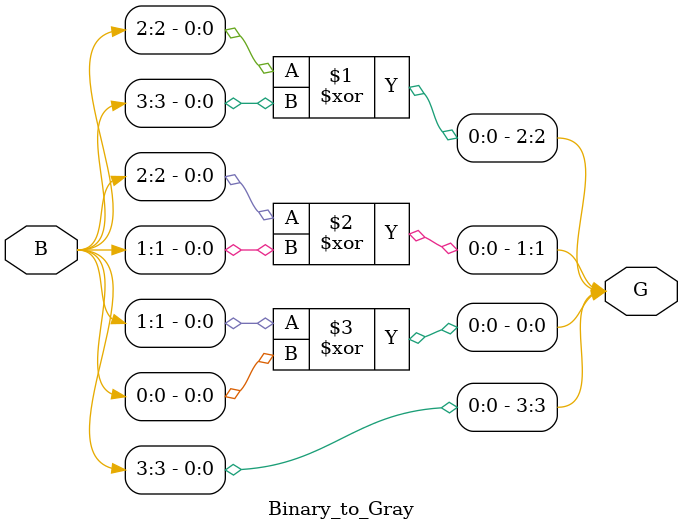
<source format=v>
`timescale 1ns / 1ps


module Binary_to_Gray(
    input [3:0] B,
    output [3:0] G
    );
    assign G[3] = B[3];
    assign G[2] = B[2] ^ B[3];
    assign G[1] = B[2] ^ B[1];
    assign G[0] = B[1] ^ B[0];
endmodule

</source>
